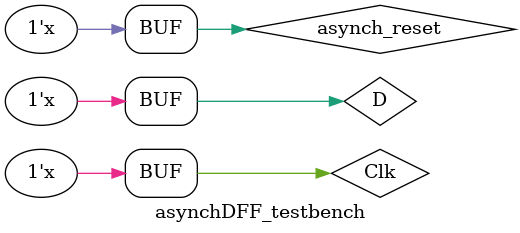
<source format=v>
`timescale 1ns / 1ps


module asynchDFF_testbench();

reg D;
reg Clk, asynch_reset;
wire Q;

asynch_posedge DFFtest2(.D(D), .Q(Q), .Clk(Clk), .asynch_reset(asynch_reset));
initial begin
D = 0;
Clk = 0;
asynch_reset = 0;
end

always #7 Clk=~Clk;
always #13 D=~D;
always #19 asynch_reset=~asynch_reset;

endmodule

</source>
